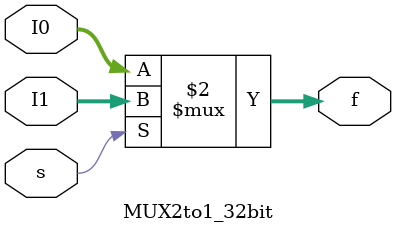
<source format=v>
module MUX2to1_32bit(
    input [31:0] I0,
    input [31:0] I1,
    input s,
    output [31:0] f
    );
    
    assign f = (s == 0) ? I0 : I1;
    
endmodule
</source>
